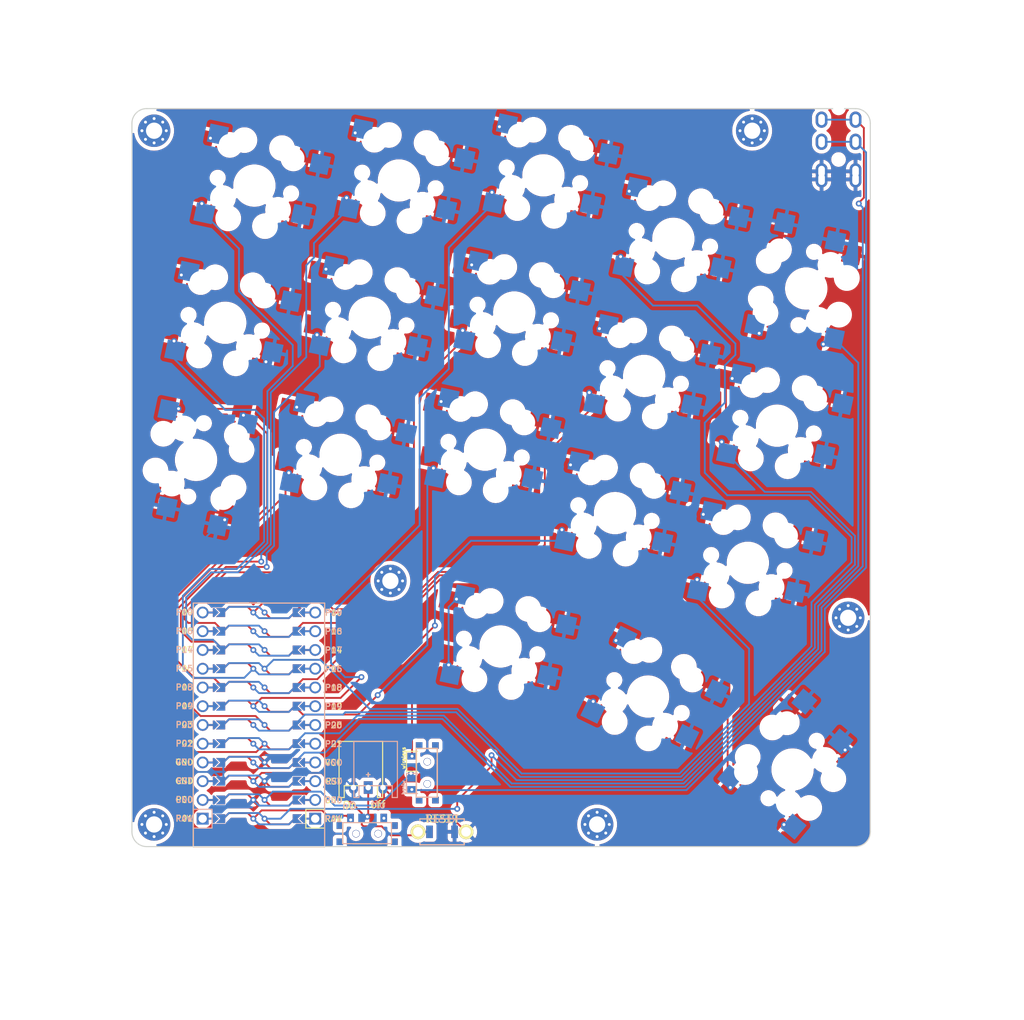
<source format=kicad_pcb>
(kicad_pcb (version 20221018) (generator pcbnew)
  (title_block (title "board") (rev "v1.0.0") (company "Unknown"))
  (layers (0 "F.Cu" signal) (31 "B.Cu" signal) (34 "B.Paste" user) (35 "F.Paste" user) (36 "B.SilkS" user "B.Silkscreen") (37 "F.SilkS" user "F.Silkscreen") (38 "B.Mask" user) (39 "F.Mask" user) (44 "Edge.Cuts" user))
  (net 0 "")
  (net 1 "/GND")
  (net 2 "/RST")
  (net 3 "/Bplus")
  (net 4 "/RAW")
  (net 5 "/VCC")
  (net 6 "/matrix_inner_top")
  (net 7 "/matrix_index_top")
  (net 8 "/matrix_middle_top")
  (net 9 "/matrix_ring_top")
  (net 10 "/matrix_pinky_home")
  (net 11 "/matrix_ring_home")
  (net 12 "/matrix_middle_home")
  (net 13 "/matrix_index_home")
  (net 14 "/thumb_reachy")
  (net 15 "/thumb_tucky")
  (net 16 "/matrix_pinky_top")
  (net 17 "/matrix_inner_bottom")
  (net 18 "/matrix_index_bottom")
  (net 19 "/matrix_middle_bottom")
  (net 20 "/matrix_ring_bottom")
  (net 21 "/matrix_pinky_bottom")
  (net 22 "/P0")
  (net 23 "/matrix_inner_home")
  (net 24 "/thumb_inner")
  (net 25 "unconnected-(T1-C-Pad3)")
  (net 26 "/trrs_data")
  (footprint "E73:SPDT_C128955" (layer "F.Cu") (at 100.19 169.25 180)
    (fp_text reference "T1" hide)
    (fp_text value "~" hide)
  )
  (footprint "kbd:ResetSW" (layer "F.Cu") (at 110.34 169 180)
    (fp_text reference "B1" hide)
    (fp_text value "~")
  )
  (footprint "MountingHole_2.2mm_M2_Pad_Via" (layer "F.Cu") (at 103.34 135)
    (fp_text reference "HOLE5" hide)
    (fp_text value "")
  )
  (footprint "key-switches" (layer "F.Cu") (at 96.595976 117.91005 -12)
    (fp_text reference "SW4" hide)
    (fp_text value "~" hide)
  )
  (footprint "MountingHole_2.2mm_M2_Pad_Via" (layer "F.Cu") (at 152.34 74)
    (fp_text reference "HOLE2" hide)
    (fp_text value "")
  )
  (footprint "key-switches" (layer "F.Cu") (at 100.546298 99.325246 -12)
    (fp_text reference "SW5" hide)
    (fp_text value "~" hide)
  )
  (footprint "key-switches" (layer "F.Cu") (at 159.658485 95.379128 78)
    (fp_text reference "SW15" hide)
    (fp_text value "~" hide)
  )
  (footprint "key-switches" (layer "F.Cu") (at 84.924235 81.43632 -12)
    (fp_text reference "SW3" hide)
    (fp_text value "~" hide)
  )
  (footprint "key-switches" (layer "F.Cu") (at 124.069005 80.044562 -12)
    (fp_text reference "SW9" hide)
    (fp_text value "~" hide)
  )
  (footprint "key-switches" (layer "F.Cu") (at 104.49662 80.740441 -12)
    (fp_text reference "SW6" hide)
    (fp_text value "~" hide)
  )
  (footprint "MountingHole_2.2mm_M2_Pad_Via" (layer "F.Cu") (at 71.34 74)
    (fp_text reference "HOLE1" hide)
    (fp_text value "")
  )
  (footprint "key-switches" (layer "F.Cu") (at 116.168361 117.214171 -12)
    (fp_text reference "SW7" hide)
    (fp_text value "~" hide)
  )
  (footprint "key-switches" (layer "F.Cu") (at 80.973913 100.021125 -12)
    (fp_text reference "SW2" hide)
    (fp_text value "~" hide)
  )
  (footprint "key-switches" (layer "F.Cu") (at 137.715907 107.22589 -12)
    (fp_text reference "SW11" hide)
    (fp_text value "~" hide)
  )
  (footprint "key-switches" (layer "F.Cu") (at 141.666229 88.641086 -12)
    (fp_text reference "SW12" hide)
    (fp_text value "~" hide)
  )
  (footprint "key-switches" (layer "F.Cu") (at 155.708163 113.963933 -12)
    (fp_text reference "SW14" hide)
    (fp_text value "~" hide)
  )
  (footprint "key-switches" (layer "F.Cu") (at 157.809498 160.554513 50)
    (fp_text reference "SW18" hide)
    (fp_text value "~" hide)
  )
  (footprint "key-switches" (layer "F.Cu") (at 120.118683 98.629367 -12)
    (fp_text reference "SW8" hide)
    (fp_text value "~" hide)
  )
  (footprint "Button_Switch_SMD:SW_SPST_B3U-1000P" (layer "F.Cu") (at 110.34 169 180)
    (fp_text reference "B2" hide)
    (fp_text value "~" hide)
  )
  (footprint "TRRS-PJ-320A-dual" (layer "F.Cu") (at 166.34 69.3)
    (fp_text reference "TRRS1")
    (fp_text value "TRRS-PJ-320A-dual")
  )
  (footprint "key-switches" (layer "F.Cu") (at 151.757841 132.548737 -12)
    (fp_text reference "SW13" hide)
    (fp_text value "~" hide)
  )
  (footprint "MountingHole_2.2mm_M2_Pad_Via" (layer "F.Cu") (at 71.34 168)
    (fp_text reference "HOLE6" hide)
    (fp_text value "")
  )
  (footprint "E73:SPDT_C128955" (layer "F.Cu") (at 108.34 161 -90)
    (fp_text reference "T2" hide)
    (fp_text value "~" hide)
  )
  (footprint "JST_PH_S2B-PH-K_02x2.00mm_Angled" (layer "F.Cu") (at 100.34 163 180)
    (fp_text reference "JST1" hide)
    (fp_text value "~" hide)
  )
  (footprint "key-switches" (layer "F.Cu") (at 138.235917 150.667146 -26)
    (fp_text reference "SW17" hide)
    (fp_text value "~" hide)
  )
  (footprint "key-switches" (layer "F.Cu") (at 77.023591 118.605929 -102)
    (fp_text reference "SW1" hide)
    (fp_text value "~" hide)
  )
  (footprint "MountingHole_2.2mm_M2_Pad_Via" (layer "F.Cu") (at 165.34 140)
    (fp_text reference "HOLE3" hide)
    (fp_text value "")
  )
  (footprint "MountingHole_2.2mm_M2_Pad_Via" (layer "F.Cu") (at 131.34 168)
    (fp_text reference "HOLE4" hide)
    (fp_text value "")
  )
  (footprint "ProMicro" (layer "F.Cu") (at 85.54 153.25 90)
    (fp_text reference "MCU1" hide)
    (fp_text value "~" hide)
  )
  (footprint "key-switches" (layer "F.Cu") (at 118.269348 143.883786 -12)
    (fp_text reference "SW16" hide)
    (fp_text value "~" hide)
  )
  (footprint "key-switches" (layer "F.Cu") (at 133.765585 125.810694 -12)
    (fp_text reference "SW10" hide)
    (fp_text value "~" hide)
  )
  (gr_line (start 168.34 73) (end 168.34 169) (stroke (width 0.15)) (layer "Edge.Cuts"))
  (gr_line (start 68.34 169) (end 68.34 73) (stroke (width 0.15)) (layer "Edge.Cuts"))
  (gr_arc (start 166.34 71) (mid 167.754214 71.585786) (end 168.34 73) (stroke (width 0.15)) (layer "Edge.Cuts"))
  (gr_arc (start 70.34 171) (mid 68.925786 170.414214) (end 68.34 169) (stroke (width 0.15)) (layer "Edge.Cuts"))
  (gr_arc (start 168.34 169) (mid 167.754214 170.414214) (end 166.34 171) (stroke (width 0.15)) (layer "Edge.Cuts"))
  (gr_line (start 70.34 71) (end 166.34 71) (stroke (width 0.15)) (layer "Edge.Cuts"))
  (gr_line (start 166.34 171) (end 70.34 171) (stroke (width 0.15)) (layer "Edge.Cuts"))
  (gr_arc (start 68.34 73) (mid 68.925786 71.585786) (end 70.34 71) (stroke (width 0.15)) (layer "Edge.Cuts"))
  (gr_text "口" (at 106.34 162.5 90) (layer "B.SilkS") (effects (font (size 1.5 2.2)) (justify mirror)))
  (gr_text "off" (at 102.8192 165.8874) (layer "B.SilkS") (effects (font (size 1 1)) (justify left bottom mirror)))
  (gr_text "wired" (at 105.14 163 90) (layer "B.SilkS") (effects (font (size 0.5 0.5)) (justify mirror)))
  (gr_text "On" (at 98.8314 166.0652) (layer "B.SilkS") (effects (font (size 1 1)) (justify left bottom mirror)))
  (gr_text "口" (at 106.34 159.4 90) (layer "F.SilkS") (effects (font (size 1.5 2.2))))
  (gr_text "wireless" (at 105.14 159 90) (layer "F.SilkS") (effects (font (size 0.5 0.5))))
  (gr_text "off" (at 100.5332 165.8874) (layer "F.SilkS") (effects (font (size 1 1)) (justify left bottom)))
  (gr_text "On" (at 96.774 165.9636) (layer "F.SilkS") (effects (font (size 1 1)) (justify left bottom)))
  (segment (start 141.259746 159.184737) (end 141.259746 157.793984) (width 0.25) (layer "F.Cu") (net 1))
  (segment (start 165.456169 159.344642) (end 165.456169 158.445769) (width 0.25) (layer "F.Cu") (net 1))
  (segment (start 69.1642 121.588295) (end 70.839981 123.264076) (width 0.25) (layer "F.Cu") (net 1))
  (segment (start 158.765791 169.719809) (end 151.794818 169.719809) (width 0.25) (layer "F.Cu") (net 1))
  (segment (start 122.927495 150.067396) (end 122.927495 159.662505) (width 0.25) (layer "F.Cu") (net 1))
  (segment (start 86.302 162.14) (end 86.302 163.156) (width 0.25) (layer "F.Cu") (net 1))
  (segment (start 165.456169 163.029431) (end 158.765791 169.719809) (width 0.25) (layer "F.Cu") (net 1))
  (segment (start 85.63206 106.16334) (end 86.487 105.3084) (width 0.25) (layer "F.Cu") (net 1))
  (segment (start 105.815 166.475) (end 102.34 163) (width 0.25) (layer "F.Cu") (net 1))
  (segment (start 83.404195 108.4326) (end 73.6092 108.4326) (width 0.25) (layer "F.Cu") (net 1))
  (segment (start 85.63206 106.204735) (end 83.404195 108.4326) (width 0.25) (layer "F.Cu") (net 1))
  (segment (start 69.1642 112.8776) (end 69.1642 121.588295) (width 0.25) (layer "F.Cu") (net 1))
  (segment (start 165.456169 159.344642) (end 165.456169 163.029431) (width 0.25) (layer "F.Cu") (net 1))
  (segment (start 113.59 169) (end 111.065 166.475) (width 0.25) (layer "F.Cu") (net 1))
  (segment (start 86.302 163.156) (end 84.778 164.68) (width 0.25) (layer "F.Cu") (net 1))
  (segment (start 122.927495 159.662505) (end 113.59 169) (width 0.25) (layer "F.Cu") (net 1))
  (segment (start 165.456169 158.445769) (end 164.9222 157.9118) (width 0.25) (layer "F.Cu") (net 1))
  (segment (start 151.794818 169.719809) (end 141.259746 159.184737) (width 0.25) (layer "F.Cu") (net 1))
  (segment (start 111.065 166.475) (end 105.815 166.475) (width 0.25) (layer "F.Cu") (net 1))
  (segment (start 73.6092 108.4326) (end 69.1642 112.8776) (width 0.25) (layer "F.Cu") (net 1))
  (segment (start 85.63206 106.204735) (end 85.63206 106.16334) (width 0.25) (layer "F.Cu") (net 1))
  (via (at 164.9222 157.9118) (size 0.8) (drill 0.4) (layers "F.Cu" "B.Cu") (net 1))
  (via (at 86.487 105.3084) (size 0.8) (drill 0.4) (layers "F.Cu" "B.Cu") (net 1))
  (via (at 80.899 126.7206) (size 0.8) (drill 0.4) (layers "F.Cu" "B.Cu") (net 1))
  (segment (start 87.427 161.015) (end 86.302 162.14) (width 0.25) (layer "B.Cu") (net 1))
  (segment (start 74.5236 132.900054) (end 79.941998 127.481656) (width 0.25) (layer "B.Cu") (net 1))
  (segment (start 74.5236 159.004) (end 74.5236 132.900054) (width 0.25) (layer "B.Cu") (net 1))
  (segment (start 80.714 162.14) (end 79.4576 160.8836) (width 0.25) (layer "B.Cu") (net 1))
  (segment (start 164.9222 157.9118) (end 164.9222 157.372568) (width 0.25) (layer "B.Cu") (net 1))
  (segment (start 96.355 161.015) (end 87.427 161.015) (width 0.25) (layer "B.Cu") (net 1))
  (segment (start 79.4576 160.8836) (end 76.4032 160.8836) (width 0.25) (layer "B.Cu") (net 1))
  (segment (start 80.714 162.14) (end 80.714 159.6) (width 0.25) (layer "B.Cu") (net 1))
  (segment (start 76.4032 160.8836) (end 74.5236 159.004) (width 0.25) (layer "B.Cu") (net 1))
  (segment (start 87.375993 103.978674) (end 87.375993 104.419407) (width 0.25) (layer "B.Cu") (net 1))
  (segment (start 98.34 163) (end 96.355 161.015) (width 0.25) (layer "B.Cu") (net 1))
  (segment (start 164.9222 157.372568) (end 164.309401 156.759769) (width 0.25) (layer "B.Cu") (net 1))
  (segment (start 87.375993 104.419407) (end 86.487 105.3084) (width 0.25) (layer "B.Cu") (net 1))
  (segment (start 84.778 162.14) (end 85.903 161.015) (width 0.25) (layer "F.Cu") (net 2))
  (segment (start 102.1588 168.2496) (end 103.378 169.4688) (width 0.25) (layer "F.Cu") (net 2))
  (segment (start 108.64 169) (end 107.09 169) (width 0.25) (layer "F.Cu") (net 2))
  (segment (start 99.4664 168.021) (end 99.695 168.2496) (width 0.25) (layer "F.Cu") (net 2))
  (segment (start 99.695 168.2496) (end 102.1588 168.2496) (width 0.25) (layer "F.Cu") (net 2))
  (segment (start 94.0098 161.015) (end 99.4664 166.4716) (width 0.25) (layer "F.Cu") (net 2))
  (segment (start 106.6212 169.4688) (end 107.09 169) (width 0.25) (layer "F.Cu") (net 2))
  (segment (start 99.4664 166.4716) (end 99.4664 168.021) (width 0.25) (layer "F.Cu") (net 2))
  (segment (start 103.378 169.4688) (end 106.6212 169.4688) (width 0.25) (layer "F.Cu") (net 2))
  (segment (start 85.903 161.015) (end 94.0098 161.015) (width 0.25) (layer "F.Cu") (net 2))
  (segment (start 108.64 169) (end 107.09 169) (width 0.25) (layer "B.Cu") (net 2))
  (segment (start 100.34 166.825) (end 100.2284 166.7134) (width 0.25) (layer "F.Cu") (net 3))
  (segment (start 100.2284 166.7134) (end 100.2284 166.9542) (width 0.25) (layer "F.Cu") (net 3))
  (segment (start 100.2284 166.9542) (end 100.4692 166.9542) (width 0.25) (layer "F.Cu") (net 3))
  (segment (start 100.4692 166.9542) (end 100.94 167.425) (width 0.25) (layer "F.Cu") (net 3))
  (segment (start 100.34 163) (end 100.34 166.825) (width 0.25) (layer "F.Cu") (net 3))
  (via (at 100.2284 166.9542) (size 0.8) (drill 0.4) (layers "F.Cu" "B.Cu") (net 3))
  (segment (start 99.7576 167.425) (end 100.2284 166.9542) (width 0.25) (layer "B.Cu") (net 3))
  (segment (start 99.44 167.425) (end 99.7576 167.425) (width 0.25) (layer "B.Cu") (net 3))
  (segment (start 94.82682 166.8272) (end 94.09462 166.095) (width 0.25) (layer "F.Cu") (net 4))
  (segment (start 97.409 166.8272) (end 94.82682 166.8272) (width 0.25) (layer "F.Cu") (net 4))
  (segment (start 85.903 166.095) (end 84.778 167.22) (width 0.25) (layer "F.Cu") (net 4))
  (segment (start 97.9678 167.386) (end 97.409 166.8272) (width 0.25) (layer "F.Cu") (net 4))
  (segment (start 94.09462 166.095) (end 85.903 166.095) (width 0.25) (layer "F.Cu") (net 4))
  (via (at 97.9678 167.386) (size 0.8) (drill 0.4) (layers "F.Cu" "B.Cu") (net 4))
  (segment (start 167.465 83.0806) (end 166.7764 83.7692) (width 0.25) (layer "F.Cu") (net 5))
  (segment (start 166.6748 83.8708) (end 166.7002 83.8454) (width 0.25) (layer "F.Cu") (net 5))
  (segment (start 166.34 72.5) (end 167.465 73.625) (width 0.25) (layer "F.Cu") (net 5))
  (segment (start 166.7764 83.7692) (end 166.7764 83.8708) (width 0.25) (layer "F.Cu") (net 5))
  (segment (start 167.465 73.625) (end 167.465 83.0806) (width 0.25) (layer "F.Cu") (net 5))
  (segment (start 166.7764 83.8708) (end 166.6748 83.8708) (width 0.25) (layer "F.Cu") (net 5))
  (via (at 166.7764 83.8708) (size 0.8) (drill 0.4) (layers "F.Cu" "B.Cu") (net 5))
  (segment (start 161.729 144.415804) (end 161.729 138.599204) (width 0.25) (layer "B.Cu") (net 5))
  (segment (start 161.729 138.599204) (end 167.317 133.011204) (width 0.25) (layer "B.Cu") (net 5))
  (segment (start 91.6986 158.2674) (end 94.5134 158.2674) (width 0.25) (layer "B.Cu") (net 5))
  (segment (start 90.366 159.6) (end 91.6986 158.2674) (width 0.25) (layer "B.Cu") (net 5))
  (segment (start 167.317 84.4114) (end 166.7764 83.8708) (width 0.25) (layer "B.Cu") (net 5))
  (segment (start 143.247404 162.8974) (end 161.729 144.415804) (width 0.25) (layer "B.Cu") (net 5))
  (segment (start 110.390804 153.6992) (end 119.589004 162.8974) (width 0.25) (layer "B.Cu") (net 5))
  (segment (start 167.317 133.011204) (end 167.317 84.4114) (width 0.25) (layer "B.Cu") (net 5))
  (segment (start 99.0816 153.6992) (end 110.390804 153.6992) (width 0.25) (layer "B.Cu") (net 5))
  (segment (start 94.5134 158.2674) (end 99.0816 153.6992) (width 0.25) (layer "B.Cu") (net 5))
  (segment (start 119.589004 162.8974) (end 143.247404 162.8974) (width 0.25) (layer "B.Cu") (net 5))
  (segment (start 161.74 72.5) (end 166.34 72.5) (width 0.25) (layer "B.Cu") (net 5))
  (segment (start 161.892399 102.837399) (end 161.9758 102.9208) (width 0.25) (layer "F.Cu") (net 6))
  (segment (start 160.133012 102.300485) (end 160.669926 102.837399) (width 0.25) (layer "F.Cu") (net 6))
  (segment (start 153.382304 102.300485) (end 153.382304 101.540904) (width 0.25) (layer "F.Cu") (net 6))
  (segment (start 153.382304 102.300485) (end 160.133012 102.300485) (width 0.25) (layer "F.Cu") (net 6))
  (segment (start 153.382304 101.540904) (end 153.289 101.4476) (width 0.25) (layer "F.Cu") (net 6))
  (segment (start 160.669926 102.837399) (end 161.892399 102.837399) (width 0.25) (layer "F.Cu") (net 6))
  (via (at 161.9758 102.9208) (size 0.8) (drill 0.4) (layers "F.Cu" "B.Cu") (net 6))
  (via (at 153.289 101.4476) (size 0.8) (drill 0.4) (layers "F.Cu" "B.Cu") (net 6))
  (segment (start 98.844678 153.2492) (end 110.5772 153.2492) (width 0.25) (layer "B.Cu") (net 6))
  (segment (start 162.746942 102.149658) (end 161.9758 102.9208) (width 0.25) (layer "B.Cu") (net 6))
  (segment (start 90.366 157.06) (end 91.781 155.645) (width 0.25) (layer "B.Cu") (net 6))
  (segment (start 166.7074 105.444203) (end 163.412855 102.149658) (width 0.25) (layer "B.Cu") (net 6))
  (segment (start 163.412855 102.149658) (end 162.746942 102.149658) (width 0.25) (layer "B.Cu") (net 6))
  (segment (start 161.279 144.229408) (end 161.279 138.412808) (width 0.25) (layer "B.Cu") (net 6))
  (segment (start 119.7754 162.4474) (end 143.061008 162.4474) (width 0.25) (layer "B.Cu") (net 6))
  (segment (start 96.448878 155.645) (end 98.844678 153.2492) (width 0.25) (layer "B.Cu") (net 6))
  (segment (start 152.72949 100.321512) (end 152.72949 100.88809) (width 0.25) (layer "B.Cu") (net 6))
  (segment (start 110.5772 153.2492) (end 119.7754 162.4474) (width 0.25) (layer "B.Cu") (net 6))
  (segment (start 152.72949 100.88809) (end 153.289 101.4476) (width 0.25) (layer "B.Cu") (net 6))
  (segment (start 91.781 155.645) (end 96.448878 155.645) (width 0.25) (layer "B.Cu") (net 6))
  (segment (start 143.061008 162.4474) (end 161.279 144.229408) (width 0.25) (layer "B.Cu") (net 6))
  (segment (start 161.279 138.412808) (end 166.7074 132.984408) (width 0.25) (layer "B.Cu") (net 6))
  (segment (start 166.7074 132.984408) (end 166.7074 105.444203) (width 0.25) (layer "B.Cu") (net 6))
  (segment (start 135.516295 82.364905) (end 135.6868 82.1944) (width 0.25) (layer "F.Cu") (net 7))
  (segment (start 134.744872 89.115613) (end 134.207958 89.652527) (width 0.25) (layer "F.Cu") (net 7))
  (segment (start 134.744872 82.364905) (end 135.516295 82.364905) (width 0.25) (layer "F.Cu") (net 7))
  (segment (start 134.207958 89.652527) (end 134.207958 90.748558) (width 0.25) (layer "F.Cu") (net 7))
  (segment (start 134.744872 82.364905) (end 134.744872 89.115613) (width 0.25) (layer "F.Cu") (net 7))
  (segment (start 134.207958 90.748558) (end 134.5184 91.059) (width 0.25) (layer "F.Cu") (net 7))
  (via (at 135.6868 82.1944) (size 0.8) (drill 0.4) (layers "F.Cu" "B.Cu") (net 7))
  (via (at 134.5184 91.059) (size 0.8) (drill 0.4) (layers "F.Cu" "B.Cu") (net 7))
  (segment (start 148.9638 123.386) (end 160.1144 123.386) (width 0.25) (layer "B.Cu") (net 7))
  (segment (start 165.8074 129.079) (end 165.8074 132.462148) (width 0.25) (layer "B.Cu") (net 7))
  (segment (start 117.7682 158.322695) (end 112.244705 152.7992) (width 0.25) (layer "B.Cu") (net 7))
  (segment (start 97.2384 152.7992) (end 96.9326 153.105) (width 0.25) (layer "B.Cu") (net 7))
  (segment (start 134.895699 92.395456) (end 134.895699 93.673382) (width 0.25) (layer "B.Cu") (net 7))
  (segment (start 134.895699 92.395456) (end 134.895699 91.436299) (width 0.25) (layer "B.Cu") (net 7))
  (segment (start 134.895699 93.673382) (end 138.910717 97.6884) (width 0.25) (layer "B.Cu") (net 7))
  (segment (start 145.923 120.3452) (end 148.9638 123.386) (width 0.25) (layer "B.Cu") (net 7))
  (segment (start 148.6408 105.791) (end 148.6408 110.8456) (width 0.25) (layer "B.Cu") (net 7))
  (segment (start 138.910717 97.6884) (end 144.907 97.6884) (width 0.25) (layer "B.Cu") (net 7))
  (segment (start 117.7682 158.3828) (end 117.7682 158.322695) (width 0.25) (layer "B.Cu") (net 7))
  (segment (start 134.895699 91.436299) (end 134.5184 91.059) (width 0.25) (layer "B.Cu") (net 7))
  (segment (start 165.8074 132.462148) (end 160.3756 137.893949) (width 0.25) (layer "B.Cu") (net 7))
  (segment (start 144.907 97.6884) (end 150.0632 102.8446) (width 0.25) (layer "B.Cu") (net 7))
  (segment (start 112.244705 152.7992) (end 97.2384 152.7992) (width 0.25) (layer "B.Cu") (net 7))
  (segment (start 145.923 113.5634) (end 145.923 120.3452) (width 0.25) (layer "B.Cu") (net 7))
  (segment (start 120.9328 161.5474) (end 117.7682 158.3828) (width 0.25) (layer "B.Cu") (net 7))
  (segment (start 142.688216 161.5474) (end 120.9328 161.5474) (width 0.25) (layer "B.Cu") (net 7))
  (segment (start 148.6408 110.8456) (end 145.923 113.5634) (width 0.25) (layer "B.Cu") (net 7))
  (segment (start 160.3756 137.893949) (end 160.3756 143.860016) (width 0.25) (layer "B.Cu") (net 7))
  (segment (start 150.0632 104.3686) (end 148.6408 105.791) (width 0.25) (layer "B.Cu") (net 7))
  (segment (start 96.9326 153.105) (end 91.781 153.105) (width 0.25) (layer "B.Cu") (net 7))
  (segment (start 150.0632 102.8446) (end 150.0632 104.3686) (width 0.25) (layer "B.Cu") (net 7))
  (segment (start 160.1144 123.386) (end 165.8074 129.079) (width 0.25) (layer "B.Cu") (net 7))
  (segment (start 160.3756 143.860016) (end 142.688216 161.5474) (width 0.25) (layer "B.Cu") (net 7))
  (segment (start 91.781 153.105) (end 90.366 154.52) (width 0.25) (layer "B.Cu") (net 7))
  (segment (start 136.169109 81.712091) (end 135.6868 82.1944) (width 0.25) (layer "B.Cu") (net 7))
  (segment (start 136.723845 81.712091) (end 136.169109 81.712091) (width 0.25) (layer "B.Cu") (net 7))
  (segment (start 117.798419 73.768381) (end 118.11 73.4568) (width 0.25) (layer "F.Cu") (net 8))
  (segment (start 116.610734 81.056003) (end 116.610734 81.863534) (width 0.25) (layer "F.Cu") (net 8))
  (segment (start 99.4156 148.0312) (end 96.5918 150.855) (width 0.25) (layer "F.Cu") (net 8))
  (segment (start 116.610734 81.863534) (end 117.094 82.3468) (width 0.25) (layer "F.Cu") (net 8))
  (segment (start 96.5918 150.855) (end 85.903 150.855) (width 0.25) (layer "F.Cu") (net 8))
  (segment (start 117.147648 73.768381) (end 117.798419 73.768381) (width 0.25) (layer "F.Cu") (net 8))
  (segment (start 117.147648 73.768381) (end 117.147648 80.519089) (width 0.25) (layer "F.Cu") (net 8))
  (segment (start 117.147648 80.519089) (end 116.610734 81.056003) (width 0.25) (layer "F.Cu") (net 8))
  (segment (start 85.903 150.855) (end 84.778 151.98) (width 0.25) (layer "F.Cu") (net 8))
  (via (at 118.11 73.4568) (size 0.8) (drill 0.4) (layers "F.Cu" "B.Cu") (net 8))
  (via (at 99.4156 148.0312) (size 0.8) (drill 0.4) (layers "F.Cu" "B.Cu") (net 8))
  (via (at 117.094 82.3468) (size 0.8) (drill 0.4) (layers "F.Cu" "B.Cu") (net 8))
  (segment (start 95.3008 146.1262) (end 97.2058 148.0312) (width 0.25) (layer "B.Cu") (net 8))
  (segment (start 97.2058 148.0312) (end 99.4156 148.0312) (width 0.25) (layer "B.Cu") (net 8))
  (segment (start 95.3008 139.46831) (end 95.3008 146.1262) (width 0.25) (layer "B.Cu") (net 8))
  (segment (start 118.451233 73.115567) (end 118.11 73.4568) (width 0.25) (layer "B.Cu") (net 8))
  (segment (start 117.298475 82.551275) (end 117.094 82.3468) (width 0.25) (layer "B.Cu") (net 8))
  (segment (start 119.126621 73.115567) (end 118.451233 73.115567) (width 0.25) (layer "B.Cu") (net 8))
  (segment (start 111.254053 89.843354) (end 111.254053 106.274651) (width 0.25) (layer "B.Cu") (net 8))
  (segment (start 111.254053 106.274651) (end 107.303731 110.224973) (width 0.25) (layer "B.Cu") (net 8))
  (segment (start 117.298475 83.798932) (end 111.254053 89.843354) (width 0.25) (layer "B.Cu") (net 8))
  (segment (start 107.303731 127.465379) (end 95.3008 139.46831) (width 0.25) (layer "B.Cu") (net 8))
  (segment (start 107.303731 110.224973) (end 107.303731 127.465379) (width 0.25) (layer "B.Cu") (net 8))
  (segment (start 117.298475 83.798932) (end 117.298475 82.551275) (width 0.25) (layer "B.Cu") (net 8))
  (segment (start 97.038349 81.751882) (end 97.038349 82.712749) (width 0.25) (layer "F.Cu") (net 9))
  (segment (start 76.8096 148.1582) (end 79.4322 148.1582) (width 0.25) (layer "F.Cu") (net 9))
  (segment (start 97.038349 82.712749) (end 97.409 83.0834) (width 0.25) (layer "F.Cu") (net 9))
  (segment (start 97.575263 74.46426) (end 98.40814 74.46426) (width 0.25) (layer "F.Cu") (net 9))
  (segment (start 80.9256 132.3836) (end 74.3712 138.938) (width 0.25) (layer "F.Cu") (net 9))
  (segment (start 74.3712 138.938) (end 74.3712 145.7198) (width 0.25) (layer "F.Cu") (net 9))
  (segment (start 97.575263 74.46426) (end 97.575263 81.214968) (width 0.25) (layer "F.Cu") (net 9))
  (segment (start 74.3712 145.7198) (end 76.8096 148.1582) (width 0.25) (layer "F.Cu") (net 9))
  (segment (start 97.575263 81.214968) (end 97.038349 81.751882) (width 0.25) (layer "F.Cu") (net 9))
  (segment (start 79.4322 148.1582) (end 80.714 149.44) (width 0.25) (layer "F.Cu") (net 9))
  (segment (start 98.40814 74.46426) (end 98.5774 74.295) (width 0.25) (layer "F.Cu") (net 9))
  (segment (start 85.852 132.3836) (end 80.9256 132.3836) (width 0.25) (layer "F.Cu") (net 9))
  (via (at 98.5774 74.295) (size 0.8) (drill 0.4) (layers "F.Cu" "B.Cu") (net 9))
  (via (at 85.852 132.3836) (size 0.8) (drill 0.4) (layers "F.Cu" "B.Cu") (net 9))
  (via (at 97.409 83.0834) (size 0.8) (drill 0.4) (layers "F.Cu" "B.Cu") (net 9))
  (segment (start 85.852 131.342004) (end 87.1402 130.053804) (width 0.25) (layer "B.Cu") (net 9))
  (segment (start 92.9894 89.231501) (end 97.72609 84.494811) (width 0.25) (layer "B.Cu") (net 9))
  (segment (start 91.94374 92.23166) (end 92.9894 91.186) (width 0.25) (layer "B.Cu") (net 9))
  (segment (start 97.72609 83.40049) (end 97.409 83.0834) (width 0.25) (layer "B.Cu") (net 9))
  (segment (start 87.1402 109.482596) (end 91.94374 104.679056) (width 0.25) (layer "B.Cu") (net 9))
  (segment (start 99.554236 73.811446) (end 99.060954 73.811446) (width 0.25) (layer "B.Cu") (net 9))
  (segment (start 97.72609 84.494811) (end 97.72609 83.40049) (width 0.25) (layer "B.Cu") (net 9))
  (segment (start 92.9894 91.186) (end 92.9894 89.231501) (width 0.25) (layer "B.Cu") (net 9))
  (segment (start 91.94374 104.679056) (end 91.94374 92.23166) (width 0.25) (layer "B.Cu") (net 9))
  (segment (start 85.852 132.3836) (end 85.852 131.342004) (width 0.25) (layer "B.Cu") (net 9))
  (segment (start 99.060954 73.811446) (end 98.5774 74.295) (width 0.25) (layer "B.Cu") (net 9))
  (segment (start 87.1402 130.053804) (end 87.1402 109.482596) (width 0.25) (layer "B.Cu") (net 9))
  (segment (start 74.834856 93.744944) (end 75.0316 93.5482) (width 0.25) (layer "F.Cu") (net 10))
  (segment (start 73.515642 101.032566) (end 73.515642 101.963642) (width 0.25) (layer "F.Cu") (net 10))
  (segment (start 74.052556 93.744944) (end 74.834856 93.744944) (width 0.25) (layer "F.Cu") (net 10))
  (segment (start 73.515642 101.963642) (end 74.041 102.489) (width 0.25) (layer "F.Cu") (net 10))
  (segment (start 74.052556 93.744944) (end 74.052556 100.495652) (width 0.25) (layer "F.Cu") (net 10))
  (segment (start 74.052556 100.495652) (end 73.515642 101.032566) (width 0.25) (layer "F.Cu") (net 10))
  (via (at 75.0316 93.5482) (size 0.8) (drill 0.4) (layers "F.Cu" "B.Cu") (net 10))
  (via (at 74.041 102.489) (size 0.8) (drill 0.4) (layers "F.Cu" "B.Cu") (net 10))
  (segment (start 75.2348 146.7612) (end 76.6064 148.1328) (width 0.25) (layer "B.Cu") (net 10))
  (segment (start 78.87737 133.39043) (end 75.2348 137.033) (width 0.25) (layer "B.Cu") (net 10))
  (segment (start 76.6064 148.1328) (end 83.5452 148.1328) (width 0.25) (layer "B.Cu") (net 10))
  (segment (start 85.046083 111.8224) (end 86.2402 113.016517) (width 0.25) (layer "B.Cu") (net 10))
  (segment (start 75.2348 137.033) (end 75.2348 146.7612) (width 0.25) (layer "B.Cu") (net 10))
  (segment (start 80.972362 111.8224) (end 85.046083 111.8224) (width 0.25) (layer "B.Cu") (net 10))
  (segment (start 86.2402 113.016517) (end 86.2402 129.681012) (width 0.25) (layer "B.Cu") (net 10))
  (segment (start 74.203383 102.651383) (end 74.041 102.489) (width 0.25) (layer "B.Cu") (net 10))
  (segment (start 82.530782 133.39043) (end 78.87737 133.39043) (width 0.25) (layer "B.Cu") (net 10))
  (segment (start 74.203383 103.775495) (end 74.203383 105.053421) (width 0.25) (layer "B.Cu") (net 10))
  (segment (start 74.203383 105.053421) (end 80.972362 111.8224) (width 0.25) (layer "B.Cu") (net 10))
  (segment (start 86.2402 129.681012) (end 82.530782 133.39043) (width 0.25) (layer "B.Cu") (net 10))
  (segment (start 83.5452 148.1328) (end 84.778 146.9) (width 0.25) (layer "B.Cu") (net 10))
  (segment (start 75.48767 93.09213) (end 75.0316 93.5482) (width 0.25) (layer "B.Cu") (net 10))
  (segment (start 74.203383 103.775495) (end 74.203383 102.651383) (width 0.25) (layer "B.Cu") (net 10))
  (segment (start 76.031529 93.09213) (end 75.48767 93.09213) (width 0.25) (layer "B.Cu") (net 10))
  (segment (start 93.624941 99.799773) (end 93.088027 100.336687) (width 0.25) (layer "F.Cu") (net 11))
  (segment (start 93.088027 101.343027) (end 93.3958 101.6508) (width 0.25) (layer "F.Cu") (net 11))
  (segment (start 94.326735 93.049065) (end 94.615 92.7608) (width 0.25) (layer "F.Cu") (net 11))
  (segment (start 74.9554 139.2174) (end 74.9554 141.8082) (width 0.25) (layer "F.Cu") (net 11))
  (segment (start 86.5886 133.1081) (end 81.0647 133.1081) (width 0.25) (layer "F.Cu") (net 11))
  (segment (start 93.088027 100.336687) (end 93.088027 101.343027) (width 0.25) (layer "F.Cu") (net 11))
  (segment (start 93.624941 93.049065) (end 94.326735 93.049065) (width 0.25) (layer "F.Cu") (net 11))
  (segment (start 76.3822 143.235) (end 79.589 143.235) (width 0.25) (layer "F.Cu") (net 11))
  (segment (start 93.624941 93.049065) (end 93.624941 99.799773) (width 0.25) (layer "F.Cu") (net 11))
  (segment (start 79.589 143.235) (end 80.714 144.36) (width 0.25) (layer "F.Cu") (net 11))
  (segment (start 74.9554 141.8082) (end 76.3822 143.235) (width 0.25) (layer "F.Cu") (net 11))
  (segment (start 81.0647 133.1081) (end 74.9554 139.2174) (width 0.25) (layer "F.Cu") (net 11))
  (via (at 94.615 92.7608) (size 0.8) (drill 0.4) (layers "F.Cu" "B.Cu") (net 11))
  (via (at 93.3958 101.6508) (size 0.8) (drill 0.4) (layers "F.Cu" "B.Cu") (net 11))
  (via (at 86.5886 133.1081) (size 0.8) (drill 0.4) (layers "F.Cu" "B.Cu") (net 11))
  (segment (start 93.775768 102.030768) (end 93.3958 101.6508) (width 0.25) (layer "B.Cu") (net 11))
  (segment (start 93.775768 103.079616) (end 93.775768 102.030768) (width 0.25) (layer "B.Cu") (net 11))
  (segment (start 94.979549 92.396251) (end 94.615 92.7608) (width 0.25) (layer "B.Cu") (net 11))
  (segment (start 93.775768 105.924237) (end 93.775768 103.079616) (width 0.25) (layer "B.Cu") (net 11))
  (segment (start 87.5902 130.2402) (end 87.5902 112.109805) (width 0.25) (layer "B.Cu") (net 11))
  (segment (start 95.603914 92.396251) (end 94.979549 92.396251) (width 0.25) (layer "B.Cu") (net 11))
  (segment (start 86.5886 133.1081) (end 86.5886 131.2418) (width 0.25) (layer "B.Cu") (net 11))
  (segment (start 86.5886 131.2418) (end 87.5902 130.2402) (width 0.25) (layer "B.Cu") (net 11))
  (segment (start 87.5902 112.109805) (end 93.775768 105.924237) (width 0.25) (layer "B.Cu") (net 11))
  (segment (start 112.660412 102.858588) (end 106.5276 108.9914) (width 0.25) (layer "F.Cu") (net 12))
  (segment (start 106.5276 108.9914) (end 106.5276 124.6886) (width 0.25) (layer "F.Cu") (net 12))
  (segment (start 106.5276 124.6886) (end 97.3836 133.8326) (width 0.25) (layer "F.Cu") (net 12))
  (segment (start 75.449 139.4858) (end 75.449 140.1682) (width 0.25) (layer "F.Cu") (net 12))
  (segment (start 113.197326 99.103894) (end 112.660412 99.640808) (width 0.25) (layer "F.Cu") (net 12))
  (segment (start 113.197326 92.353186) (end 114.174214 92.353186) (width 0.25) (layer "F.Cu") (net 12))
  (segment (start 114.174214 92.353186) (end 114.3508 92.1766) (width 0.25) (layer "F.Cu") (net 12))
  (segment (start 112.660412 99.640808) (end 112.660412 102.858588) (width 0.25) (layer "F.Cu") (net 12))
  (segment (start 112.660412 99.640808) (end 112.660412 100.595412) (width 0.25) (layer "F.Cu") (net 12))
  (segment (start 97.3836 133.8326) (end 81.1022 133.8326) (width 0.25) (layer "F.Cu") (net 12))
  (segment (start 81.1022 133.8326) (end 75.449 139.4858) (width 0.25) (layer "F.Cu") (net 12))
  (segment (start 113.197326 92.353186) (end 113.197326 99.103894) (width 0.25) (layer "F.Cu") (net 12))
  (segment (start 75.449 140.1682) (end 75.9758 140.695) (width 0.25) (layer "F.Cu") (net 12))
  (segment (start 79.589 140.695) (end 80.714 141.82) (width 0.25) (layer "F.Cu") (net 12))
  (segment (start 75.9758 140.695) (end 79.589 140.695) (width 0.25) (layer "F.Cu") (net 12))
  (segment (start 112.660412 100.595412) (end 113.1316 101.0666) (width 0.25) (layer "F.Cu") (net 12))
  (via (at 113.1316 101.0666) (size 0.8) (drill 0.4) (layers "F.Cu" "B.Cu") (net 12))
  (via (at 114.3508 92.1766) (size 0.8) (drill 0.4) (layers "F.Cu" "B.Cu") (net 12))
  (segment (start 114.827028 91.700372) (end 114.3508 92.1766) (width 0.25) (layer "B.Cu") (net 12))
  (segment (start 115.176299 91.700372) (end 114.827028 91.700372) (width 0.25) (layer "B.Cu") (net 12))
  (segment (start 113.348153 102.383737) (end 113.348153 101.283153) (width 0.25) (layer "B.Cu") (net 12))
  (segment (start 113.348153 101.283153) (end 113.1316 101.0666) (width 0.25) (layer "B.Cu") (net 12))
  (segment (start 104.754604 138.83) (end 95.5738 138.83) (width 0.25) (layer "F.Cu") (net 13))
  (segment (start 130.79455 107.700417) (end 130.257636 108.237331) (width 0.25) (layer "F.Cu") (net 13))
  (segment (start 130.257636 109.455036) (end 130.2766 109.474) (width 0.25) (layer "F.Cu") (net 13))
  (segment (start 109.795604 133.789) (end 104.754604 138.83) (width 0.25) (layer "F.Cu") (net 13))
  (segment (start 130.79455 100.949709) (end 130.79455 107.700417) (width 0.25) (layer "F.Cu") (net 13))
  (segment (start 94.0054 137.2616) (end 86.7964 137.2616) (width 0.25) (layer "F.Cu") (net 13))
  (segment (start 130.2766 111.9378) (end 124.2568 117.9576) (width 0.25) (layer "F.Cu") (net 13))
  (segment (start 131.511091 100.949709) (end 131.6482 100.8126) (width 0.25) (layer "F.Cu") (net 13))
  (segment (start 124.2568 130.0988) (end 120.5666 133.789) (width 0.25) (layer "F.Cu") (net 13))
  (segment (start 130.2766 109.474) (end 130.2766 111.9378) (width 0.25) (layer "F.Cu") (net 13))
  (segment (start 124.2568 117.9576) (end 124.2568 130.0988) (width 0.25) (layer "F.Cu") (net 13))
  (segment (start 95.5738 138.83) (end 94.0054 137.2616) (width 0.25) (layer "F.Cu") (net 13))
  (segment (start 130.257636 108.237331) (end 130.257636 109.455036) (width 0.25) (layer "F.Cu") (net 13))
  (segment (start 120.5666 133.789) (end 109.795604 133.789) (width 0.25) (layer "F.Cu") (net 13))
  (segment (start 130.79455 100.949709) (end 131.511091 100.949709) (width 0.25) (layer "F.Cu") (net 13))
  (segment (start 86.7964 137.2616) (end 84.778 139.28) (width 0.25) (layer "F.Cu") (net 13))
  (via (at 130.2766 109.474) (size 0.8) (drill 0.4) (layers "F.Cu" "B.Cu") (net 13))
  (via (at 131.6482 100.8126) (size 0.8) (drill 0.4) (layers "F.Cu" "B.Cu") (net 13))
  (segment (start 132.773523 100.296895) (end 132.163905 100.296895) (width 0.25) (layer "B.Cu") (net 13))
  (segment (start 130.945377 110.142777) (end 130.2766 109.474) (width 0.25) (layer "B.Cu") (net 13))
  (segment (start 130.945377 110.98026) (end 130.945377 110.142777) (width 0.25) (layer "B.Cu") (net 13))
  (segment (start 132.163905 100.296895) (end 131.6482 100.8126) (width 0.25) (layer "B.Cu") (net 13))
  (segment (start 104.941 139.28) (end 109.982 134.239) (width 0.25) (layer "F.Cu") (net 14))
  (segment (start 149.018579 163.71922) (end 149.018579 163.350621) (width 0.25) (layer "F.Cu") (net 14))
  (segment (start 149.018579 153.012821) (end 149.018579 163.71922) (width 0.25) (layer "F.Cu") (net 14))
  (segment (start 155.201101 167.614618) (end 156.235418 167.614618) (width 0.25) (layer "F.Cu") (net 14))
  (segment (start 150.0124 152.019) (end 149.018579 153.012821) (width 0.25) (layer "F.Cu") (net 14))
  (segment (start 155.201101 167.614618) (end 152.913977 167.614618) (width 0.25) (layer "F.Cu") (net 14))
  (segment (start 141.5542 136.7536) (end 150.0124 145.2118) (width 0.25) (layer "F.Cu") (net 14))
  (segment (start 156.235418 167.614618) (end 156.6418 168.021) (width 0.25) (layer "F.Cu") (net 14))
  (segment (start 93.819004 137.7116) (end 95.387404 139.28) (width 0.25) (layer "F.Cu") (net 14))
  (segment (start 152.913977 167.614618) (end 149.018579 163.71922) (width 0.25) (layer "F.Cu") (net 14))
  (segment (start 95.387404 139.28) (end 104.941 139.28) (width 0.25) (layer "F.Cu") (net 14))
  (segment (start 109.982 134.239) (end 130.951022 134.239) (width 0.25) (layer "F.Cu") (net 14))
  (segment (start 150.0124 145.2118) (end 150.0124 152.019) (width 0.25) (layer "F.Cu") (net 14))
  (segment (start 130.951022 134.239) (end 133.465622 136.7536) (width 0.25) (layer "F.Cu") (net 14))
  (segment (start 149.018579 163.350621) (end 149.3774 162.9918) (width 0.25) (layer "F.Cu") (net 14))
  (segment (start 90.366 139.28) (end 91.9344 137.7116) (width 0.25) (layer "F.Cu") (net 14))
  (segment (start 133.465622 136.7536) (end 141.5542 136.7536) (width 0.25) (layer "F.Cu") (net 14))
  (segment (start 91.9344 137.7116) (end 93.819004 137.7116) (width 0.25) (layer "F.Cu") (net 14))
  (via (at 149.3774 162.9918) (size 0.8) (drill 0.4) (layers "F.Cu" "B.Cu") (net 14))
  (via (at 156.6418 168.021) (size 0.8) (drill 0.4) (layers "F.Cu" "B.Cu") (net 14))
  (segment (start 157.945839 168.295106) (end 156.915906 168.295106) (width 0.25) (layer "B.Cu") (net 14))
  (segment (start 156.915906 168.295106) (end 156.6418 168.021) (width 0.25) (layer "B.Cu") (net 14))
  (segment (start 149.37125 161.665413) (end 149.37125 162.98565) (width 0.25) (layer "B.Cu") (net 14))
  (segment (start 149.37125 162.98565) (end 149.3774 162.9918) (width 0.25) (layer "B.Cu") (net 14))
  (segment (start 130.754498 151.277698) (end 130.81 151.3332) (width 0.25) (layer "F.Cu") (net 15))
  (segment (start 104.162396 140.695) (end 91.491 140.695) (width 0.25) (layer "F.Cu") (net 15))
  (segment (start 133.038499 142.902967) (end 133.038499 136.962873) (width 0.25) (layer "F.Cu") (net 15))
  (segment (start 110.168396 134.689) (end 104.162396 140.695) (width 0.25) (layer "F.Cu") (net 15))
  (segment (start 133.708167 142.902967) (end 133.8834 143.0782) (width 0.25) (layer "F.Cu") (net 15))
  (segment (start 133.038499 136.962873) (end 130.764626 134.689) (width 0.25) (layer "F.Cu") (net 15))
  (segment (start 130.754498 149.844223) (end 130.754498 151.277698) (width 0.25) (layer "F.Cu") (net 15))
  (segment (start 130.754498 149.844223) (end 130.754498 145.186968) (width 0.25) (layer "F.Cu") (net 15))
  (segment (start 91.491 140.695) (end 90.366 141.82) (width 0.25) (layer "F.Cu") (net 15))
  (segment (start 130.764626 134.689) (end 110.168396 134.689) (width 0.25) (layer "F.Cu") (net 15))
  (segment (start 130.754498 145.186968) (end 133.038499 142.902967) (width 0.25) (layer "F.Cu") (net 15))
  (segment (start 133.038499 142.902967) (end 133.708167 142.902967) (width 0.25) (layer "F.Cu") (net 15))
  (via (at 130.81 151.3332) (size 0.8) (drill 0.4) (layers "F.Cu" "B.Cu") (net 15))
  (via (at 133.8834 143.0782) (size 0.8) (drill 0.4) (layers "F.Cu" "B.Cu") (net 15))
  (segment (start 130.758237 152.672056) (end 130.758237 151.384963) (width 0.25) (layer "B.Cu") (net 15))
  (segment (start 134.213299 142.748301) (end 133.8834 143.0782) (width 0.25) (layer "B.Cu") (net 15))
  (segment (start 130.758237 151.384963) (end 130.81 151.3332) (width 0.25) (layer "B.Cu") (net 15))
  (segment (start 135.116618 142.748301) (end 134.213299 142.748301) (width 0.25) (layer "B.Cu") (net 15))
  (segment (start 77.465964 83.536564) (end 77.8002 83.8708) (width 0.25) (layer "F.Cu") (net 16))
  (segment (start 78.002878 75.160139) (end 78.814661 75.160139) (width 0.25) (layer "F.Cu") (net 16))
  (segment (start 78.002878 75.160139) (end 78.002878 81.910847) (width 0.25) (layer "F.Cu") (net 16))
  (segment (start 78.814661 75.160139) (end 78.9686 75.0062) (width 0.25) (layer "F.Cu") (net 16))
  (segment (start 77.465964 82.447761) (end 77.465964 83.536564) (width 0.25) (layer "F.Cu") (net 16))
  (segment (start 78.002878 81.910847) (end 77.465964 82.447761) (width 0.25) (layer "F.Cu") (net 16))
  (via (at 77.8002 83.8708) (size 0.8) (drill 0.4) (layers "F.Cu" "B.Cu") (net 16))
  (via (at 78.9686 75.0062) (size 0.8) (drill 0.4) (layers "F.Cu" "B.Cu") (net 16))
  (segment (start 90.1192 103.0478) (end 90.1192 105.8672) (width 0.25) (layer "B.Cu") (net 16))
  (segment (start 75.6848 142.1312) (end 76.5302 142.9766) (width 0.25) (layer "B.Cu") (net 16))
  (segment (start 79.467475 74.507325) (end 78.9686 75.0062) (width 0.25) (layer "B.Cu") (net 16))
  (segment (start 82.837589 89.982904) (end 82.837589 95.766189) (width 0.25) (layer "B.Cu") (net 16))
  (segment (start 79.063766 133.84043) (end 75.6848 137.219396) (width 0.25) (layer "B.Cu") (net 16))
  (segment (start 86.6902 129.867408) (end 82.717178 133.84043) (width 0.25) (layer "B.Cu") (net 16))
  (segment (start 76.5302 142.9766) (end 79.3306 142.9766) (width 0.25) (layer "B.Cu") (net 16))
  (segment (start 78.153705 85.19069) (end 78.153705 84.224305) (width 0.25) (layer "B.Cu") (net 16))
  (segment (start 79.981851 74.507325) (end 79.467475 74.507325) (width 0.25) (layer "B.Cu") (net 16))
  (segment (start 75.6848 137.219396) (end 75.6848 142.1312) (width 0.25) (layer "B.Cu") (net 16))
  (segment (start 90.1192 105.8672) (end 86.6902 109.2962) (width 0.25) (layer "B.Cu") (net 16))
  (segment (start 86.6902 109.2962) (end 86.6902 129.867408) (width 0.25) (layer "B.Cu") (net 16))
  (segment (start 78.153705 85.29902) (end 82.837589 89.982904) (width 0.25) (layer "B.Cu") (net 16))
  (segment (start 82.837589 95.766189) (end 90.1192 103.0478) (width 0.25) (layer "B.Cu") (net 16))
  (segment (start 82.717178 133.84043) (end 79.063766 133.84043) (width 0.25) (layer "B.Cu") (net 16))
  (segment (start 78.153705 85.19069) (end 78.153705 85.29902) (width 0.25) (layer "B.Cu") (net 16))
  (segment (start 78.153705 84.224305) (end 77.8002 83.8708) (width 0.25) (layer "B.Cu") (net 16))
  (segment (start 79.3306 142.9766) (end 80.714 144.36) (width 0.25) (layer "B.Cu") (net 16))
  (segment (start 144.29957 133.560178) (end 144.29957 134.24117) (width 0.25) (layer "F.Cu") (net 17))
  (segment (start 144.836484 126.272556) (end 145.431244 126.272556) (width 0.25) (layer "F.Cu") (net 17))
  (segment (start 144.836484 126.272556) (end 144.836484 133.023264) (width 0.25) (layer "F.Cu") (net 17))
  (segment (start 144.836484 133.023264) (end 144.29957 133.560178) (width 0.25) (layer "F.Cu") (net 17))
  (segment (start 145.431244 126.272556) (end 145.7198 125.984) (width 0.25) (layer "F.Cu") (net 17))
  (segment (start 144.29957 134.24117) (end 144.8816 134.8232) (width 0.25) (layer "F.Cu") (net 17))
  (via (at 145.7198 125.984) (size 0.8) (drill 0.4) (layers "F.Cu" "B.Cu") (net 17))
  (via (at 144.8816 134.8232) (size 0.8) (drill 0.4) (layers "F.Cu" "B.Cu") (net 17))
  (segment (start 146.084058 125.619742) (end 145.7198 125.984) (width 0.25) (layer "B.Cu") (net 17))
  (segment (start 151.9174 144.1958) (end 144.987311 137.265711) (width 0.25) (layer "B.Cu") (net 17))
  (segment (start 144.987311 136.303107) (end 144.987311 134.928911) (width 0.25) (layer "B.Cu") (net 17))
  (segment (start 146.815457 125.619742) (end 146.084058 125.619742) (width 0.25) (layer "B.Cu") (net 17))
  (segment (start 118.2182 158.136299) (end 118.2182 158.196404) (width 0.25) (layer "B.Cu") (net 17))
  (segment (start 93.8784 145.6944) (end 100.5332 152.3492) (width 0.25) (layer "B.Cu") (net 17))
  (segment (start 144.987311 137.265711) (end 144.987311 136.303107) (width 0.25) (layer "B.Cu") (net 17))
  (segment (start 100.5332 152.3492) (end 112.431101 152.3492) (width 0.25) (layer "B.Cu") (net 17))
  (segment (start 112.431101 152.3492) (end 118.2182 158.136299) (width 0.25) (layer "B.Cu") (net 17))
  (segment (start 142.50182 161.0974) (end 151.9174 151.68182) (width 0.25) (layer "B.Cu") (net 17))
  (segment (start 151.9174 151.68182) (end 151.9174 144.1958) (width 0.25) (layer "B.Cu") (net 17))
  (segment (start 118.2182 158.196404) (end 121.119196 161.0974) (width 0.25) (layer "B.Cu") (net 17))
  (segment (start 87.5076 145.6944) (end 93.8784 145.6944) (width 0.25) (layer "B.Cu") (net 17))
  (segment (start 121.119196 161.0974) (end 142.50182 161.0974) (width 0.25) (layer "B.Cu") (net 17))
  (segment (start 86.302 146.9) (end 87.5076 145.6944) (width 0.25) (layer "B.Cu") (net 17))
  (segment (start 144.987311 134.928911) (end 144.8816 134.8232) (width 0.25) (layer "B.Cu") (net 17))
  (segment (start 126.844228 119.534513) (end 127.480487 119.534513) (width 0.25) (layer "F.Cu") (net 18))
  (segment (start 104.6988 145.7198) (end 109.3724 141.0462) (width 0.25) (layer "F.Cu") (net 18))
  (segment (start 104.6988 145.7198) (end 96.0374 145.7198) (width 0.25) (layer "F.Cu") (net 18))
  (segment (start 93.4422 148.315) (end 91.491 148.315) (width 0.25) (layer "F.Cu") (net 18))
  (segment (start 126.307314 127.805914) (end 126.5682 128.0668) (width 0.25) (layer "F.Cu") (net 18))
  (segment (start 91.491 148.315) (end 90.366 149.44) (width 0.25) (layer "F.Cu") (net 18))
  (segment (start 126.307314 126.822135) (end 126.307314 127.805914) (width 0.25) (layer "F.Cu") (net 18))
  (segment (start 127.480487 119.534513) (end 127.7366 119.2784) (width 0.25) (layer "F.Cu") (net 18))
  (segment (start 96.0374 145.7198) (end 93.4422 148.315) (width 0.25) (layer "F.Cu") (net 18))
  (segment (start 126.844228 126.285221) (end 126.307314 126.822135) (width 0.25) (layer "F.Cu") (net 18))
  (segment (start 126.844228 119.534513) (end 126.844228 126.285221) (width 0.25) (layer "F.Cu") (net 18))
  (via (at 127.7366 119.2784) (size 0.8) (drill 0.4) (layers "F.Cu" "B.Cu") (net 18))
  (via (at 126.5682 128.0668) (size 0.8) (drill 0.4) (layers "F.Cu" "B.Cu") (net 18))
  (via (at 109.3724 141.0462) (size 0.8) (drill 0.4) (layers "F.Cu" "B.Cu") (net 18))
  (segment (start 128.133301 118.881699) (end 127.7366 119.2784) (width 0.25) (layer "B.Cu") (net 18))
  (segment (start 114.249536 129.565064) (end 126.995055 129.565064) (width 0.25) (layer "B.Cu") (net 18))
  (segment (start 109.3724 134.4422) (end 114.249536 129.565064) (width 0.25) (layer "B.Cu") (net 18))
  (segment (start 126.995055 128.493655) (end 126.5682 128.0668) (width 0.25) (layer "B.Cu") (net 18))
  (segment (start 128.823201 118.881699) (end 128.133301 118.881699) (width 0.25) (layer "B.Cu") (net 18))
  (segment (start 109.3724 141.0462) (end 109.3724 134.4422) (width 0.25) (layer "B.Cu") (net 18))
  (segment (start 126.995055 129.565064) (end 126.995055 128.493655) (width 0.25) (layer "B.Cu") (net 18))
  (segment (start 91.491 153.105) (end 90.366 151.98) (width 0.25) (layer "F.Cu") (net 19))
  (segment (start 108.71009 118.225612) (end 108.71009 119.25109) (width 0.25) (layer "F.Cu") (net 19))
  (segment (start 98.99 153.105) (end 91.491 153.105) (width 0.25) (layer "F.Cu") (net 19))
  (segment (start 108.71009 119.25109) (end 109.1692 119.7102) (width 0.25) (layer "F.Cu") (net 19))
  (segment (start 101.6254 150.4696) (end 98.99 153.105) (width 0.25) (layer "F.Cu") (net 19))
  (segment (start 108.71009 111.474904) (end 109.247004 110.93799) (width 0.25) (layer "F.Cu") (net 19))
  (segment (start 109.491794 110.6932) (end 109.247004 110.93799) (width 0.25) (layer "F.Cu") (net 19))
  (segment (start 108.71009 118.225612) (end 108.71009 111.474904) (width 0.25) (layer "F.Cu") (net 19))
  (segment (start 110.2106 110.6932) (end 109.491794 110.6932) (width 0.25) (layer "F.Cu") (net 19))
  (via (at 101.6254 150.4696) (size 0.8) (drill 0.4) (layers "F.Cu" "B.Cu") (net 19))
  (via (at 110.2106 110.6932) (size 0.8) (drill 0.4) (layers "F.Cu" "B.Cu") (net 19))
  (via (at 109.1692 119.7102) (size 0.8) (drill 0.4) (layers "F.Cu" "B.Cu") (net 19))
  (segment (start 101.6254 150.4696) (end 101.5746 150.4696) (width 0.25) (layer "B.Cu") (net 19))
  (segment (start 111.225977 110.285176) (end 110.618624 110.285176) (width 0.25) (layer "B.Cu") (net 19))
  (segment (start 101.6254 150.4188) (end 101.6254 150.4696) (width 0.25) (layer "B.Cu") (net 19))
  (segment (start 109.397831 120.968541) (end 108.343921 122.022451) (width 0.25) (layer "B.Cu") (net 19))
  (segment (start 101.5746 150.4696) (end 101.6254 150.4188) (width 0.25) (layer "B.Cu") (net 19))
  (segment (start 109.397831 120.968541) (end 109.397831 119.938831) (width 0.25) (layer "B.Cu") (net 19))
  (segment (start 108.343921 143.700279) (end 101.6254 150.4188) (width 0.25) (layer "B.Cu") (net 19))
  (segment (start 109.397831 119.938831) (end 109.1692 119.7102) (width 0.25) (layer "B.Cu") (net 19))
  (segment (start 108.343921 122.022451) (end 108.343921 143.700279) (width 0.25) (layer "B.Cu") (net 19))
  (segment (start 110.618624 110.285176) (end 110.2106 110.6932) (width 0.25) (layer "B.Cu") (net 19))
  (segment (start 85.086 153.304) (end 86.302 154.52) (width 0.25) (layer "F.Cu") (net 20))
  (segment (start 89.674619 111.633869) (end 90.473931 111.633869) (width 0.25) (layer "F.Cu") (net 20))
  (segment (start 89.137705 118.921491) (end 89.137705 119.897105) (width 0.25) (layer "F.Cu") (net 20))
  (segment (start 89.137705 119.897105) (end 89.5858 120.3452) (width 0.25) (layer "F.Cu") (net 20))
  (segment (start 90.473931 111.633869) (end 90.6526 111.4552) (width 0.25) (layer "F.Cu") (net 20))
  (segment (start 77.6374 153.304) (end 85.086 153.304) (width 0.25) (layer "F.Cu") (net 20))
  (segment (start 73.8632 149.5298) (end 77.6374 153.304) (width 0.25) (layer "F.Cu") (net 20))
  (segment (start 89.674619 111.633869) (end 89.674619 118.384577) (width 0.25) (layer "F.Cu") (net 20))
  (segment (start 89.674619 118.384577) (end 89.137705 118.921491) (width 0.25) (layer "F.Cu") (net 20))
  (segment (start 73.8632 138.557) (end 73.8632 149.5298) (width 0.25) (layer "F.Cu") (net 20))
  (segment (start 89.137705 123.282495) (end 73.8632 138.557) (width 0.25) (layer "F.Cu") (net 20))
  (segment (start 89.137705 118.921491) (end 89.137705 123.282495) (width 0.25) (layer "F.Cu") (net 20))
  (via (at 90.6526 111.4552) (size 0.8) (drill 0.4) (layers "F.Cu" "B.Cu") (net 20))
  (via (at 89.5858 120.3452) (size 0.8) (drill 0.4) (layers "F.Cu" "B.Cu") (net 20))
  (segment (start 91.126745 110.981055) (end 90.6526 111.4552) (width 0.25) (layer "B.Cu") (net 20))
  (segment (start 91.653592 110.981055) (end 91.126745 110.981055) (width 0.25) (layer "B.Cu") (net 20))
  (segment (start 89.825446 120.584846) (end 89.5858 120.3452) (width 0.25) (layer "B.Cu") (net 20))
  (segment (start 89.825446 121.66442) (end 89.825446 120.584846) (width 0.25) (layer "B.Cu") (net 20))
  (segment (start 85.177 158.185) (end 86.302 157.06) (width 0.25) (layer "F.Cu") (net 21))
  (segment (start 83.299772 112.408172) (end 83.439 112.5474) (width 0.25) (layer "F.Cu") (net 21))
  (segment (start 77.861099 111.684572) (end 83.299772 111.684572) (width 0.25) (layer "F.Cu") (net 21))
  (segment (start 83.299772 111.684572) (end 83.299772 112.408172) (width 0.25) (layer "F.Cu") (net 21))
  (segment (start 76.01215 111.147658) (end 75.161342 111.147658) (width 0.25) (layer "F.Cu") (net 21))
  (segment (start 73.2536 155.2194) (end 76.2192 158.185) (width 0.25) (layer "F.Cu") (net 21))
  (segment (start 77.324185 111.147658) (end 77.861099 111.684572) (width 0.25) (layer "F.Cu") (net 21))
  (segment (start 86.6394 115.0242) (end 86.6394 124.9426) (width 0.25) (layer "F.Cu") (net 21))
  (segment (start 73.2536 138.3284) (end 73.2536 155.2194) (width 0.25) (layer "F.Cu") (net 21))
  (segment (start 83.299772 111.684572) (end 86.6394 115.0242) (width 0.25) (layer "F.Cu") (net 21))
  (segment (start 86.6394 124.9426) (end 73.2536 138.3284) (width 0.25) (layer "F.Cu") (net 21))
  (segment (start 76.01215 111.147658) (end 77.324185 111.147658) (width 0.25) (layer "F.Cu") (net 21))
  (segment (start 75.161342 111.147658) (end 74.6506 111.6584) (width 0.25) (layer "F.Cu") (net 21))
  (segment (start 76.2192 158.185) (end 85.177 158.185) (width 0.25) (layer "F.Cu") (net 21))
  (via (at 83.439 112.5474) (size 0.8) (drill 0.4) (layers "F.Cu" "B.Cu") (net 21))
  (via (at 74.6506 111.6584) (size 0.8) (drill 0.4) (layers "F.Cu" "B.Cu") (net 21))
  (segment (start 73.269221 111.835399) (end 74.473601 111.835399) (width 0.25) (layer "B.Cu") (net 21))
  (segment (start 74.473601 111.835399) (end 74.6506 111.6584) (width 0.25) (layer "B.Cu") (net 21))
  (segment (start 83.952586 113.663545) (end 83.952586 113.060986) (width 0.25) (layer "B.Cu") (net 21))
  (segment (start 83.952586 113.060986) (end 83.439 112.5474) (width 0.25) (layer "B.Cu") (net 21))
  (segment (start 106.1212 161.0868) (end 106.265 160.943) (width 0.25) (layer "F.Cu") (net 22))
  (segment (start 106.265 160.943) (end 106.265 160.25) (width 0.25) (layer "F.Cu") (net 22))
  (via (at 106.1212 161.0868) (size 0.8) (drill 0.4) (layers "F.Cu" "B.Cu") (net 22))
  (segment (start 106.265 161.2306) (end 106.265 161.75) (width 0.25) (layer "B.Cu") (net 22))
  (segment (start 87.427 163.555) (end 86.302 164.68) (width 0.25) (layer "B.Cu") (net 22))
  (segment (start 93.9082 163.555) (end 87.427 163.555) (width 0.25) (layer "B.Cu") (net 22))
  (segment (start 101.7706 165.4374) (end 95.7906 165.4374) (width 0.25) (layer "B.Cu") (net 22))
  (segment (start 106.1212 161.0868) (end 106.265 161.2306) (width 0.25) (layer "B.Cu") (net 22))
  (segment (start 95.7906 165.4374) (end 93.9082 163.555) (width 0.25) (layer "B.Cu") (net 22))
  (segment (start 106.1212 161.0868) (end 101.7706 165.4374) (width 0.25) (layer "B.Cu") (net 22))
  (segment (start 117.0432 160.0962) (end 117.0432 158.623) (width 0.25) (layer "F.Cu") (net 23))
  (segment (start 148.786806 114.43846) (end 148.249892 114.975374) (width 0.25) (layer "F.Cu") (net 23))
  (segment (start 148.249892 114.975374) (end 148.249892 116.113308) (width 0.25) (layer "F.Cu") (net 23))
  (segment (start 148.786806 107.687752) (end 149.512648 107.687752) (width 0.25) (layer "F.Cu") (net 23))
  (segment (start 149.512648 107.687752) (end 149.6314 107.569) (width 0.25) (layer "F.Cu") (net 23))
  (segment (start 148.249892 116.113308) (end 148.209 116.1542) (width 0.25) (layer "F.Cu") (net 23))
  (segment (start 112.395 165.8874) (end 112.395 164.7444) (width 0.25) (layer "F.Cu") (net 23))
  (segment (start 112.395 164.7444) (end 117.0432 160.0962) (width 0.25) (layer "F.Cu") (net 23))
  (segment (start 148.786806 107.687752) (end 148.786806 114.43846) (width 0.25) (layer "F.Cu") (net 23))
  (via (at 149.6314 107.569) (size 0.8) (drill 0.4) (layers "F.Cu" "B.Cu") (net 23))
  (via (at 117.0432 158.623) (size 0.8) (drill 0.4) (layers "F.Cu" "B.Cu") (net 23))
  (via (at 148.209 116.1542) (size 0.8) (drill 0.4) (layers "F.Cu" "B.Cu") (net 23))
  (via (at 112.395 165.8874) (size 0.8) (drill 0.4) (layers "F.Cu" "B.Cu") (net 23))
  (segment (start 154.047 122.936) (end 160.300796 122.936) (width 0.25) (layer "B.Cu") (net 23))
  (segment (start 89.794996 165.8874) (end 88.462396 167.22) (width 0.25) (layer "B.Cu") (net 23))
  (segment (start 148.937633 117.718303) (end 148.937633 116.882833) (width 0.25) (layer "B.Cu") (net 23))
  (segment (start 160.829 144.043012) (end 142.874612 161.9974) (width 0.25) (layer "B.Cu") (net 23))
  (segment (start 160.300796 122.936) (end 166.2574 128.892604) (width 0.25) (layer "B.Cu") (net 23))
  (segment (start 166.2574 132.798012) (end 160.829 138.226412) (width 0.25) (layer "B.Cu") (net 23))
  (segment (start 142.874612 161.9974) (end 120.4176 161.9974) (width 0.25) (layer "B.Cu") (net 23))
  (segment (start 150.765779 107.034938) (end 150.165462 107.034938) (width 0.25) (layer "B.Cu") (net 23))
  (segment (start 148.937633 117.718303) (end 148.937633 117.826633) (width 0.25) (layer "B.Cu") (net 23))
  (segment (start 88.462396 167.22) (end 86.302 167.22) (width 0.25) (layer "B.Cu") (net 23))
  (segment (start 112.395 165.8874) (end 89.794996 165.8874) (width 0.25) (layer "B.Cu") (net 23))
  (segment (start 150.165462 107.034938) (end 149.6314 107.569) (width 0.25) (layer "B.Cu") (net 23))
  (segment (start 120.4176 161.9974) (end 117.0432 158.623) (width 0.25) (layer "B.Cu") (net 23))
  (segment (start 166.2574 128.892604) (end 166.2574 132.798012) (width 0.25) (layer "B.Cu") (net 23))
  (segment (start 148.937633 116.882833) (end 148.209 116.1542) (width 0.25) (layer "B.Cu") (net 23))
  (segment (start 160.829 138.226412) (end 160.829 144.043012) (width 0.25) (layer "B.Cu") (net 23))
  (segment (start 148.937633 117.826633) (end 154.047 122.936) (width 0.25) (layer "B.Cu") (net 23))
  (segment (start 111.347991 137.607605) (end 112.150595 137.607605) (width 0.25) (layer "F.Cu") (net 24))
  (segment (start 110.811077 145.964677) (end 111.2266 146.3802) (width 0.25) (layer "F.Cu") (net 24))
  (segment (start 106.2736 158.75) (end 106.265 158.75) (width 0.25) (layer "F.Cu") (net 24))
  (segment (start 112.150595 137.607605) (end 112.2934 137.4648) (width 0.25) (layer "F.Cu") (net 24))
  (segment (start 106.265 149.441304) (end 106.2736 158.75) (width 0.25) (layer "F.Cu") (net 24))
  (segment (start 110.811077 144.895227) (end 106.265 149.441304) (width 0.25) (layer "F.Cu") (net 24))
  (segment (start 110.811077 144.895227) (end 110.811077 145.964677) (width 0.25) (layer "F.Cu") (net 24))
  (via (at 112.2934 137.4648) (size 0.8) (drill 0.4) (layers "F.Cu" "B.Cu") (net 24))
  (via (at 111.2266 146.3802) (size 0.8) (drill 0.4) (layers "F.Cu" "B.Cu") (net 24))
  (via (at 106.2736 158.75) (size 0.8) (drill 0.4) (layers "F.Cu" "B.Cu") (net 24))
  (segment (start 112.2934 137.4648) (end 111.2266 138.5316) (width 0.25) (layer "B.Cu") (net 24))
  (segment (start 111.498818 146.652418) (end 111.2266 146.3802) (width 0.25) (layer "B.Cu") (net 24))
  (segment (start 112.803409 136.954791) (end 112.2934 137.4648) (width 0.25) (layer "B.Cu") (net 24))
  (segment (start 113.326964 136.954791) (end 112.803409 136.954791) (width 0.25) (layer "B.Cu") (net 24))
  (segment (start 111.498818 147.638156) (end 111.498818 146.652418) (width 0.25) (layer "B.Cu") (net 24))
  (segment (start 111.2266 138.5316) (end 111.2266 146.3802) (width 0.25) (layer "B.Cu") (net 24))
  (via (at 102.4636 167.1574) (size 0.8) (drill 0.4) (layers "F.Cu" "B.Cu") (net 25))
  (via (at 106.2482 163.2712) (size 0.8) (drill 0.4) (layers "F.Cu" "B.Cu") (net 26))
  (segment (start 161.74 75.5) (end 166.34 75.5) (width 0.25) (layer "B.Cu") (net 26))
  (segment (start 162.179 138.7856) (end 162.179 144.6022) (width 0.25) (layer "B.Cu") (net 26))
  (segment (start 167.767 133.1976) (end 162.179 138.7856) (width 0.25) (layer "B.Cu") (net 26))
  (segment (start 106.2482 163.2332) (end 106.265 163.25) (width 0.25) (layer "B.Cu") (net 26))
  (segment (start 106.2482 163.2712) (end 106.2482 163.2332) (width 0.25) (layer "B.Cu") (net 26))
  (segment (start 167.767 76.927) (end 167.767 133.1976) (width 0.25) (layer "B.Cu") (net 26))
  (segment (start 162.179 144.6022) (end 143.4338 163.3474) (width 0.25) (layer "B.Cu") (net 26))
  (segment (start 166.34 75.5) (end 167.767 76.927) (width 0.25) (layer "B.Cu") (net 26))
  (segment (start 106.2862 163.2712) (end 106.2482 163.2712) (width 0.25) (layer "B.Cu") (net 26))
  (segment (start 143.4338 163.3474) (end 106.3624 163.3474) (width 0.25) (layer "B.Cu") (net 26))
  (segment (start 106.3624 163.3474) (end 106.2862 163.2712) (width 0.25) (layer "B.Cu") (net 26))
  (zone (net 1) (net_name "/GND") (layer "F.Cu") (connect_pads (clearance 0.508)) (min_thickness 0.25) (fill yes (thermal_gap 0.5) (thermal_bridge_width 0.5))
    (polygon (pts (xy 50.4698 60.1726) (xy 189.1538 56.2864) (xy 187.452 194.4878) (xy 56.3118 189.611)))
  )
  (zone (net 1) (net_name "/GND") (layer "B.Cu") (priority 1) (connect_pads (clearance 0.508)) (min_thickness 0.25) (fill yes (thermal_gap 0.5) (thermal_bridge_width 0.5))
    (polygon (pts (xy 56.3118 62.865) (xy 182.5752 60.9092) (xy 181.1274 190.5762) (xy 59.0042 187.4266)))
  )
)
</source>
